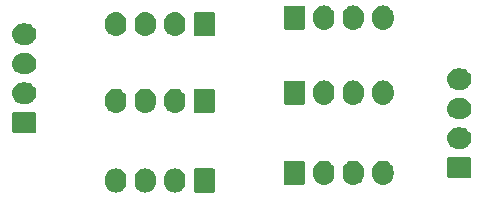
<source format=gbr>
G04 #@! TF.GenerationSoftware,KiCad,Pcbnew,(5.1.4)-1*
G04 #@! TF.CreationDate,2020-03-11T00:25:43-04:00*
G04 #@! TF.ProjectId,CAN_hub,43414e5f-6875-4622-9e6b-696361645f70,rev?*
G04 #@! TF.SameCoordinates,Original*
G04 #@! TF.FileFunction,Soldermask,Bot*
G04 #@! TF.FilePolarity,Negative*
%FSLAX46Y46*%
G04 Gerber Fmt 4.6, Leading zero omitted, Abs format (unit mm)*
G04 Created by KiCad (PCBNEW (5.1.4)-1) date 2020-03-11 00:25:43*
%MOMM*%
%LPD*%
G04 APERTURE LIST*
%ADD10C,0.100000*%
G04 APERTURE END LIST*
D10*
G36*
X35776627Y-35637037D02*
G01*
X35946466Y-35688557D01*
X36102991Y-35772222D01*
X36138729Y-35801552D01*
X36240186Y-35884814D01*
X36323448Y-35986271D01*
X36352778Y-36022009D01*
X36436443Y-36178534D01*
X36487963Y-36348374D01*
X36487963Y-36348376D01*
X36500087Y-36471467D01*
X36501000Y-36480743D01*
X36501000Y-36819258D01*
X36487963Y-36951627D01*
X36436443Y-37121466D01*
X36352778Y-37277991D01*
X36323448Y-37313729D01*
X36240186Y-37415186D01*
X36102989Y-37527779D01*
X35946467Y-37611442D01*
X35946465Y-37611443D01*
X35776626Y-37662963D01*
X35600000Y-37680359D01*
X35423373Y-37662963D01*
X35253534Y-37611443D01*
X35097009Y-37527778D01*
X35054750Y-37493097D01*
X34959814Y-37415186D01*
X34847221Y-37277989D01*
X34763558Y-37121467D01*
X34763557Y-37121465D01*
X34712037Y-36951626D01*
X34699000Y-36819257D01*
X34699000Y-36480742D01*
X34699914Y-36471466D01*
X34712037Y-36348375D01*
X34712037Y-36348373D01*
X34763557Y-36178534D01*
X34847222Y-36022009D01*
X34959815Y-35884815D01*
X35097010Y-35772222D01*
X35253535Y-35688557D01*
X35423374Y-35637037D01*
X35600000Y-35619641D01*
X35776627Y-35637037D01*
X35776627Y-35637037D01*
G37*
G36*
X30776627Y-35637037D02*
G01*
X30946466Y-35688557D01*
X31102991Y-35772222D01*
X31138729Y-35801552D01*
X31240186Y-35884814D01*
X31323448Y-35986271D01*
X31352778Y-36022009D01*
X31436443Y-36178534D01*
X31487963Y-36348374D01*
X31487963Y-36348376D01*
X31500087Y-36471467D01*
X31501000Y-36480743D01*
X31501000Y-36819258D01*
X31487963Y-36951627D01*
X31436443Y-37121466D01*
X31352778Y-37277991D01*
X31323448Y-37313729D01*
X31240186Y-37415186D01*
X31102989Y-37527779D01*
X30946467Y-37611442D01*
X30946465Y-37611443D01*
X30776626Y-37662963D01*
X30600000Y-37680359D01*
X30423373Y-37662963D01*
X30253534Y-37611443D01*
X30097009Y-37527778D01*
X30054750Y-37493097D01*
X29959814Y-37415186D01*
X29847221Y-37277989D01*
X29763558Y-37121467D01*
X29763557Y-37121465D01*
X29712037Y-36951626D01*
X29699000Y-36819257D01*
X29699000Y-36480742D01*
X29699914Y-36471466D01*
X29712037Y-36348375D01*
X29712037Y-36348373D01*
X29763557Y-36178534D01*
X29847222Y-36022009D01*
X29959815Y-35884815D01*
X30097010Y-35772222D01*
X30253535Y-35688557D01*
X30423374Y-35637037D01*
X30600000Y-35619641D01*
X30776627Y-35637037D01*
X30776627Y-35637037D01*
G37*
G36*
X33276627Y-35637037D02*
G01*
X33446466Y-35688557D01*
X33602991Y-35772222D01*
X33638729Y-35801552D01*
X33740186Y-35884814D01*
X33823448Y-35986271D01*
X33852778Y-36022009D01*
X33936443Y-36178534D01*
X33987963Y-36348374D01*
X33987963Y-36348376D01*
X34000087Y-36471467D01*
X34001000Y-36480743D01*
X34001000Y-36819258D01*
X33987963Y-36951627D01*
X33936443Y-37121466D01*
X33852778Y-37277991D01*
X33823448Y-37313729D01*
X33740186Y-37415186D01*
X33602989Y-37527779D01*
X33446467Y-37611442D01*
X33446465Y-37611443D01*
X33276626Y-37662963D01*
X33100000Y-37680359D01*
X32923373Y-37662963D01*
X32753534Y-37611443D01*
X32597009Y-37527778D01*
X32554750Y-37493097D01*
X32459814Y-37415186D01*
X32347221Y-37277989D01*
X32263558Y-37121467D01*
X32263557Y-37121465D01*
X32212037Y-36951626D01*
X32199000Y-36819257D01*
X32199000Y-36480742D01*
X32199914Y-36471466D01*
X32212037Y-36348375D01*
X32212037Y-36348373D01*
X32263557Y-36178534D01*
X32347222Y-36022009D01*
X32459815Y-35884815D01*
X32597010Y-35772222D01*
X32753535Y-35688557D01*
X32923374Y-35637037D01*
X33100000Y-35619641D01*
X33276627Y-35637037D01*
X33276627Y-35637037D01*
G37*
G36*
X38858600Y-35627989D02*
G01*
X38891652Y-35638015D01*
X38922103Y-35654292D01*
X38948799Y-35676201D01*
X38970708Y-35702897D01*
X38986985Y-35733348D01*
X38997011Y-35766400D01*
X39001000Y-35806903D01*
X39001000Y-37493097D01*
X38997011Y-37533600D01*
X38986985Y-37566652D01*
X38970708Y-37597103D01*
X38948799Y-37623799D01*
X38922103Y-37645708D01*
X38891652Y-37661985D01*
X38858600Y-37672011D01*
X38818097Y-37676000D01*
X37381903Y-37676000D01*
X37341400Y-37672011D01*
X37308348Y-37661985D01*
X37277897Y-37645708D01*
X37251201Y-37623799D01*
X37229292Y-37597103D01*
X37213015Y-37566652D01*
X37202989Y-37533600D01*
X37199000Y-37493097D01*
X37199000Y-35806903D01*
X37202989Y-35766400D01*
X37213015Y-35733348D01*
X37229292Y-35702897D01*
X37251201Y-35676201D01*
X37277897Y-35654292D01*
X37308348Y-35638015D01*
X37341400Y-35627989D01*
X37381903Y-35624000D01*
X38818097Y-35624000D01*
X38858600Y-35627989D01*
X38858600Y-35627989D01*
G37*
G36*
X50896626Y-34987037D02*
G01*
X51066465Y-35038557D01*
X51066467Y-35038558D01*
X51222989Y-35122221D01*
X51360186Y-35234814D01*
X51443448Y-35336271D01*
X51472778Y-35372009D01*
X51556443Y-35528534D01*
X51607963Y-35698373D01*
X51614481Y-35764557D01*
X51621000Y-35830740D01*
X51621000Y-36169259D01*
X51620086Y-36178534D01*
X51607963Y-36301626D01*
X51556443Y-36471466D01*
X51472778Y-36627991D01*
X51443448Y-36663729D01*
X51360186Y-36765186D01*
X51265250Y-36843097D01*
X51222991Y-36877778D01*
X51066466Y-36961443D01*
X50896627Y-37012963D01*
X50720000Y-37030359D01*
X50543374Y-37012963D01*
X50373535Y-36961443D01*
X50217010Y-36877778D01*
X50079815Y-36765185D01*
X49967222Y-36627991D01*
X49883557Y-36471466D01*
X49832037Y-36301627D01*
X49821634Y-36196000D01*
X49819000Y-36169260D01*
X49819000Y-35830741D01*
X49827763Y-35741774D01*
X49832037Y-35698374D01*
X49883557Y-35528535D01*
X49967222Y-35372010D01*
X49967223Y-35372009D01*
X50079814Y-35234814D01*
X50181271Y-35151552D01*
X50217009Y-35122222D01*
X50373534Y-35038557D01*
X50543373Y-34987037D01*
X50720000Y-34969641D01*
X50896626Y-34987037D01*
X50896626Y-34987037D01*
G37*
G36*
X48396626Y-34987037D02*
G01*
X48566465Y-35038557D01*
X48566467Y-35038558D01*
X48722989Y-35122221D01*
X48860186Y-35234814D01*
X48943448Y-35336271D01*
X48972778Y-35372009D01*
X49056443Y-35528534D01*
X49107963Y-35698373D01*
X49114481Y-35764557D01*
X49121000Y-35830740D01*
X49121000Y-36169259D01*
X49120086Y-36178534D01*
X49107963Y-36301626D01*
X49056443Y-36471466D01*
X48972778Y-36627991D01*
X48943448Y-36663729D01*
X48860186Y-36765186D01*
X48765250Y-36843097D01*
X48722991Y-36877778D01*
X48566466Y-36961443D01*
X48396627Y-37012963D01*
X48220000Y-37030359D01*
X48043374Y-37012963D01*
X47873535Y-36961443D01*
X47717010Y-36877778D01*
X47579815Y-36765185D01*
X47467222Y-36627991D01*
X47383557Y-36471466D01*
X47332037Y-36301627D01*
X47321634Y-36196000D01*
X47319000Y-36169260D01*
X47319000Y-35830741D01*
X47327763Y-35741774D01*
X47332037Y-35698374D01*
X47383557Y-35528535D01*
X47467222Y-35372010D01*
X47467223Y-35372009D01*
X47579814Y-35234814D01*
X47681271Y-35151552D01*
X47717009Y-35122222D01*
X47873534Y-35038557D01*
X48043373Y-34987037D01*
X48220000Y-34969641D01*
X48396626Y-34987037D01*
X48396626Y-34987037D01*
G37*
G36*
X53396626Y-34987037D02*
G01*
X53566465Y-35038557D01*
X53566467Y-35038558D01*
X53722989Y-35122221D01*
X53860186Y-35234814D01*
X53943448Y-35336271D01*
X53972778Y-35372009D01*
X54056443Y-35528534D01*
X54107963Y-35698373D01*
X54114481Y-35764557D01*
X54121000Y-35830740D01*
X54121000Y-36169259D01*
X54120086Y-36178534D01*
X54107963Y-36301626D01*
X54056443Y-36471466D01*
X53972778Y-36627991D01*
X53943448Y-36663729D01*
X53860186Y-36765186D01*
X53765250Y-36843097D01*
X53722991Y-36877778D01*
X53566466Y-36961443D01*
X53396627Y-37012963D01*
X53220000Y-37030359D01*
X53043374Y-37012963D01*
X52873535Y-36961443D01*
X52717010Y-36877778D01*
X52579815Y-36765185D01*
X52467222Y-36627991D01*
X52383557Y-36471466D01*
X52332037Y-36301627D01*
X52321634Y-36196000D01*
X52319000Y-36169260D01*
X52319000Y-35830741D01*
X52327763Y-35741774D01*
X52332037Y-35698374D01*
X52383557Y-35528535D01*
X52467222Y-35372010D01*
X52467223Y-35372009D01*
X52579814Y-35234814D01*
X52681271Y-35151552D01*
X52717009Y-35122222D01*
X52873534Y-35038557D01*
X53043373Y-34987037D01*
X53220000Y-34969641D01*
X53396626Y-34987037D01*
X53396626Y-34987037D01*
G37*
G36*
X46478600Y-34977989D02*
G01*
X46511652Y-34988015D01*
X46542103Y-35004292D01*
X46568799Y-35026201D01*
X46590708Y-35052897D01*
X46606985Y-35083348D01*
X46617011Y-35116400D01*
X46621000Y-35156903D01*
X46621000Y-36843097D01*
X46617011Y-36883600D01*
X46606985Y-36916652D01*
X46590708Y-36947103D01*
X46568799Y-36973799D01*
X46542103Y-36995708D01*
X46511652Y-37011985D01*
X46478600Y-37022011D01*
X46438097Y-37026000D01*
X45001903Y-37026000D01*
X44961400Y-37022011D01*
X44928348Y-37011985D01*
X44897897Y-36995708D01*
X44871201Y-36973799D01*
X44849292Y-36947103D01*
X44833015Y-36916652D01*
X44822989Y-36883600D01*
X44819000Y-36843097D01*
X44819000Y-35156903D01*
X44822989Y-35116400D01*
X44833015Y-35083348D01*
X44849292Y-35052897D01*
X44871201Y-35026201D01*
X44897897Y-35004292D01*
X44928348Y-34988015D01*
X44961400Y-34977989D01*
X45001903Y-34974000D01*
X46438097Y-34974000D01*
X46478600Y-34977989D01*
X46478600Y-34977989D01*
G37*
G36*
X60573600Y-34662989D02*
G01*
X60606652Y-34673015D01*
X60637103Y-34689292D01*
X60663799Y-34711201D01*
X60685708Y-34737897D01*
X60701985Y-34768348D01*
X60712011Y-34801400D01*
X60716000Y-34841903D01*
X60716000Y-36278097D01*
X60712011Y-36318600D01*
X60701985Y-36351652D01*
X60685708Y-36382103D01*
X60663799Y-36408799D01*
X60637103Y-36430708D01*
X60606652Y-36446985D01*
X60573600Y-36457011D01*
X60533097Y-36461000D01*
X58846903Y-36461000D01*
X58806400Y-36457011D01*
X58773348Y-36446985D01*
X58742897Y-36430708D01*
X58716201Y-36408799D01*
X58694292Y-36382103D01*
X58678015Y-36351652D01*
X58667989Y-36318600D01*
X58664000Y-36278097D01*
X58664000Y-34841903D01*
X58667989Y-34801400D01*
X58678015Y-34768348D01*
X58694292Y-34737897D01*
X58716201Y-34711201D01*
X58742897Y-34689292D01*
X58773348Y-34673015D01*
X58806400Y-34662989D01*
X58846903Y-34659000D01*
X60533097Y-34659000D01*
X60573600Y-34662989D01*
X60573600Y-34662989D01*
G37*
G36*
X59925443Y-32165519D02*
G01*
X59991627Y-32172037D01*
X60161466Y-32223557D01*
X60317991Y-32307222D01*
X60353729Y-32336552D01*
X60455186Y-32419814D01*
X60538448Y-32521271D01*
X60567778Y-32557009D01*
X60651443Y-32713534D01*
X60702963Y-32883373D01*
X60720359Y-33060000D01*
X60702963Y-33236627D01*
X60651443Y-33406466D01*
X60567778Y-33562991D01*
X60538448Y-33598729D01*
X60455186Y-33700186D01*
X60353729Y-33783448D01*
X60317991Y-33812778D01*
X60161466Y-33896443D01*
X59991627Y-33947963D01*
X59925442Y-33954482D01*
X59859260Y-33961000D01*
X59520740Y-33961000D01*
X59454558Y-33954482D01*
X59388373Y-33947963D01*
X59218534Y-33896443D01*
X59062009Y-33812778D01*
X59026271Y-33783448D01*
X58924814Y-33700186D01*
X58841552Y-33598729D01*
X58812222Y-33562991D01*
X58728557Y-33406466D01*
X58677037Y-33236627D01*
X58659641Y-33060000D01*
X58677037Y-32883373D01*
X58728557Y-32713534D01*
X58812222Y-32557009D01*
X58841552Y-32521271D01*
X58924814Y-32419814D01*
X59026271Y-32336552D01*
X59062009Y-32307222D01*
X59218534Y-32223557D01*
X59388373Y-32172037D01*
X59454557Y-32165519D01*
X59520740Y-32159000D01*
X59859260Y-32159000D01*
X59925443Y-32165519D01*
X59925443Y-32165519D01*
G37*
G36*
X23743600Y-30852989D02*
G01*
X23776652Y-30863015D01*
X23807103Y-30879292D01*
X23833799Y-30901201D01*
X23855708Y-30927897D01*
X23871985Y-30958348D01*
X23882011Y-30991400D01*
X23886000Y-31031903D01*
X23886000Y-32468097D01*
X23882011Y-32508600D01*
X23871985Y-32541652D01*
X23855708Y-32572103D01*
X23833799Y-32598799D01*
X23807103Y-32620708D01*
X23776652Y-32636985D01*
X23743600Y-32647011D01*
X23703097Y-32651000D01*
X22016903Y-32651000D01*
X21976400Y-32647011D01*
X21943348Y-32636985D01*
X21912897Y-32620708D01*
X21886201Y-32598799D01*
X21864292Y-32572103D01*
X21848015Y-32541652D01*
X21837989Y-32508600D01*
X21834000Y-32468097D01*
X21834000Y-31031903D01*
X21837989Y-30991400D01*
X21848015Y-30958348D01*
X21864292Y-30927897D01*
X21886201Y-30901201D01*
X21912897Y-30879292D01*
X21943348Y-30863015D01*
X21976400Y-30852989D01*
X22016903Y-30849000D01*
X23703097Y-30849000D01*
X23743600Y-30852989D01*
X23743600Y-30852989D01*
G37*
G36*
X59925443Y-29665519D02*
G01*
X59991627Y-29672037D01*
X60161466Y-29723557D01*
X60317991Y-29807222D01*
X60353729Y-29836552D01*
X60455186Y-29919814D01*
X60538448Y-30021271D01*
X60567778Y-30057009D01*
X60567779Y-30057011D01*
X60645078Y-30201625D01*
X60651443Y-30213534D01*
X60702963Y-30383373D01*
X60720359Y-30560000D01*
X60702963Y-30736627D01*
X60651443Y-30906466D01*
X60567778Y-31062991D01*
X60538448Y-31098729D01*
X60455186Y-31200186D01*
X60353729Y-31283448D01*
X60317991Y-31312778D01*
X60161466Y-31396443D01*
X59991627Y-31447963D01*
X59925442Y-31454482D01*
X59859260Y-31461000D01*
X59520740Y-31461000D01*
X59454558Y-31454482D01*
X59388373Y-31447963D01*
X59218534Y-31396443D01*
X59062009Y-31312778D01*
X59026271Y-31283448D01*
X58924814Y-31200186D01*
X58841552Y-31098729D01*
X58812222Y-31062991D01*
X58728557Y-30906466D01*
X58677037Y-30736627D01*
X58659641Y-30560000D01*
X58677037Y-30383373D01*
X58728557Y-30213534D01*
X58734923Y-30201625D01*
X58812221Y-30057011D01*
X58812222Y-30057009D01*
X58841552Y-30021271D01*
X58924814Y-29919814D01*
X59026271Y-29836552D01*
X59062009Y-29807222D01*
X59218534Y-29723557D01*
X59388373Y-29672037D01*
X59454557Y-29665519D01*
X59520740Y-29659000D01*
X59859260Y-29659000D01*
X59925443Y-29665519D01*
X59925443Y-29665519D01*
G37*
G36*
X33276627Y-28887037D02*
G01*
X33446466Y-28938557D01*
X33602991Y-29022222D01*
X33638729Y-29051552D01*
X33740186Y-29134814D01*
X33823448Y-29236271D01*
X33852778Y-29272009D01*
X33936443Y-29428534D01*
X33987963Y-29598374D01*
X33987963Y-29598376D01*
X34001000Y-29730741D01*
X34001000Y-30069260D01*
X33999176Y-30087778D01*
X33987963Y-30201627D01*
X33936443Y-30371465D01*
X33936442Y-30371468D01*
X33894611Y-30449728D01*
X33852778Y-30527991D01*
X33826509Y-30560000D01*
X33740186Y-30665186D01*
X33602989Y-30777779D01*
X33469744Y-30849000D01*
X33446465Y-30861443D01*
X33276626Y-30912963D01*
X33100000Y-30930359D01*
X32923373Y-30912963D01*
X32753534Y-30861443D01*
X32597009Y-30777778D01*
X32554750Y-30743097D01*
X32459814Y-30665186D01*
X32347221Y-30527989D01*
X32263558Y-30371467D01*
X32223787Y-30240359D01*
X32212037Y-30201626D01*
X32203823Y-30118226D01*
X32199000Y-30069259D01*
X32199000Y-29730740D01*
X32212037Y-29598375D01*
X32212037Y-29598373D01*
X32263557Y-29428534D01*
X32347222Y-29272009D01*
X32459815Y-29134815D01*
X32597010Y-29022222D01*
X32753535Y-28938557D01*
X32923374Y-28887037D01*
X33100000Y-28869641D01*
X33276627Y-28887037D01*
X33276627Y-28887037D01*
G37*
G36*
X30776627Y-28887037D02*
G01*
X30946466Y-28938557D01*
X31102991Y-29022222D01*
X31138729Y-29051552D01*
X31240186Y-29134814D01*
X31323448Y-29236271D01*
X31352778Y-29272009D01*
X31436443Y-29428534D01*
X31487963Y-29598374D01*
X31487963Y-29598376D01*
X31501000Y-29730741D01*
X31501000Y-30069260D01*
X31499176Y-30087778D01*
X31487963Y-30201627D01*
X31436443Y-30371465D01*
X31436442Y-30371468D01*
X31394611Y-30449728D01*
X31352778Y-30527991D01*
X31326509Y-30560000D01*
X31240186Y-30665186D01*
X31102989Y-30777779D01*
X30969744Y-30849000D01*
X30946465Y-30861443D01*
X30776626Y-30912963D01*
X30600000Y-30930359D01*
X30423373Y-30912963D01*
X30253534Y-30861443D01*
X30097009Y-30777778D01*
X30054750Y-30743097D01*
X29959814Y-30665186D01*
X29847221Y-30527989D01*
X29763558Y-30371467D01*
X29723787Y-30240359D01*
X29712037Y-30201626D01*
X29703823Y-30118226D01*
X29699000Y-30069259D01*
X29699000Y-29730740D01*
X29712037Y-29598375D01*
X29712037Y-29598373D01*
X29763557Y-29428534D01*
X29847222Y-29272009D01*
X29959815Y-29134815D01*
X30097010Y-29022222D01*
X30253535Y-28938557D01*
X30423374Y-28887037D01*
X30600000Y-28869641D01*
X30776627Y-28887037D01*
X30776627Y-28887037D01*
G37*
G36*
X35776627Y-28887037D02*
G01*
X35946466Y-28938557D01*
X36102991Y-29022222D01*
X36138729Y-29051552D01*
X36240186Y-29134814D01*
X36323448Y-29236271D01*
X36352778Y-29272009D01*
X36436443Y-29428534D01*
X36487963Y-29598374D01*
X36487963Y-29598376D01*
X36501000Y-29730741D01*
X36501000Y-30069260D01*
X36499176Y-30087778D01*
X36487963Y-30201627D01*
X36436443Y-30371465D01*
X36436442Y-30371468D01*
X36394611Y-30449728D01*
X36352778Y-30527991D01*
X36326509Y-30560000D01*
X36240186Y-30665186D01*
X36102989Y-30777779D01*
X35969744Y-30849000D01*
X35946465Y-30861443D01*
X35776626Y-30912963D01*
X35600000Y-30930359D01*
X35423373Y-30912963D01*
X35253534Y-30861443D01*
X35097009Y-30777778D01*
X35054750Y-30743097D01*
X34959814Y-30665186D01*
X34847221Y-30527989D01*
X34763558Y-30371467D01*
X34723787Y-30240359D01*
X34712037Y-30201626D01*
X34703823Y-30118226D01*
X34699000Y-30069259D01*
X34699000Y-29730740D01*
X34712037Y-29598375D01*
X34712037Y-29598373D01*
X34763557Y-29428534D01*
X34847222Y-29272009D01*
X34959815Y-29134815D01*
X35097010Y-29022222D01*
X35253535Y-28938557D01*
X35423374Y-28887037D01*
X35600000Y-28869641D01*
X35776627Y-28887037D01*
X35776627Y-28887037D01*
G37*
G36*
X38858600Y-28877989D02*
G01*
X38891652Y-28888015D01*
X38922103Y-28904292D01*
X38948799Y-28926201D01*
X38970708Y-28952897D01*
X38986985Y-28983348D01*
X38997011Y-29016400D01*
X39001000Y-29056903D01*
X39001000Y-30743097D01*
X38997011Y-30783600D01*
X38986985Y-30816652D01*
X38970708Y-30847103D01*
X38948799Y-30873799D01*
X38922103Y-30895708D01*
X38891652Y-30911985D01*
X38858600Y-30922011D01*
X38818097Y-30926000D01*
X37381903Y-30926000D01*
X37341400Y-30922011D01*
X37308348Y-30911985D01*
X37277897Y-30895708D01*
X37251201Y-30873799D01*
X37229292Y-30847103D01*
X37213015Y-30816652D01*
X37202989Y-30783600D01*
X37199000Y-30743097D01*
X37199000Y-29056903D01*
X37202989Y-29016400D01*
X37213015Y-28983348D01*
X37229292Y-28952897D01*
X37251201Y-28926201D01*
X37277897Y-28904292D01*
X37308348Y-28888015D01*
X37341400Y-28877989D01*
X37381903Y-28874000D01*
X38818097Y-28874000D01*
X38858600Y-28877989D01*
X38858600Y-28877989D01*
G37*
G36*
X48396626Y-28197037D02*
G01*
X48566465Y-28248557D01*
X48566467Y-28248558D01*
X48722989Y-28332221D01*
X48860186Y-28444814D01*
X48903195Y-28497222D01*
X48972778Y-28582009D01*
X49056443Y-28738534D01*
X49107963Y-28908373D01*
X49107963Y-28908375D01*
X49120690Y-29037589D01*
X49121000Y-29040742D01*
X49121000Y-29379257D01*
X49107963Y-29511626D01*
X49056443Y-29681466D01*
X48972778Y-29837991D01*
X48943448Y-29873729D01*
X48860186Y-29975186D01*
X48765250Y-30053097D01*
X48722991Y-30087778D01*
X48566466Y-30171443D01*
X48396627Y-30222963D01*
X48220000Y-30240359D01*
X48043374Y-30222963D01*
X47873535Y-30171443D01*
X47717010Y-30087778D01*
X47579815Y-29975185D01*
X47467222Y-29837991D01*
X47383557Y-29681466D01*
X47332037Y-29511627D01*
X47319000Y-29379258D01*
X47319000Y-29040743D01*
X47319311Y-29037589D01*
X47332037Y-28908376D01*
X47332037Y-28908374D01*
X47383557Y-28738535D01*
X47404055Y-28700186D01*
X47467221Y-28582011D01*
X47579814Y-28444814D01*
X47696565Y-28349000D01*
X47717009Y-28332222D01*
X47873534Y-28248557D01*
X48043373Y-28197037D01*
X48220000Y-28179641D01*
X48396626Y-28197037D01*
X48396626Y-28197037D01*
G37*
G36*
X53396626Y-28197037D02*
G01*
X53566465Y-28248557D01*
X53566467Y-28248558D01*
X53722989Y-28332221D01*
X53860186Y-28444814D01*
X53903195Y-28497222D01*
X53972778Y-28582009D01*
X54056443Y-28738534D01*
X54107963Y-28908373D01*
X54107963Y-28908375D01*
X54120690Y-29037589D01*
X54121000Y-29040742D01*
X54121000Y-29379257D01*
X54107963Y-29511626D01*
X54056443Y-29681466D01*
X53972778Y-29837991D01*
X53943448Y-29873729D01*
X53860186Y-29975186D01*
X53765250Y-30053097D01*
X53722991Y-30087778D01*
X53566466Y-30171443D01*
X53396627Y-30222963D01*
X53220000Y-30240359D01*
X53043374Y-30222963D01*
X52873535Y-30171443D01*
X52717010Y-30087778D01*
X52579815Y-29975185D01*
X52467222Y-29837991D01*
X52383557Y-29681466D01*
X52332037Y-29511627D01*
X52319000Y-29379258D01*
X52319000Y-29040743D01*
X52319311Y-29037589D01*
X52332037Y-28908376D01*
X52332037Y-28908374D01*
X52383557Y-28738535D01*
X52404055Y-28700186D01*
X52467221Y-28582011D01*
X52579814Y-28444814D01*
X52696565Y-28349000D01*
X52717009Y-28332222D01*
X52873534Y-28248557D01*
X53043373Y-28197037D01*
X53220000Y-28179641D01*
X53396626Y-28197037D01*
X53396626Y-28197037D01*
G37*
G36*
X50896626Y-28197037D02*
G01*
X51066465Y-28248557D01*
X51066467Y-28248558D01*
X51222989Y-28332221D01*
X51360186Y-28444814D01*
X51403195Y-28497222D01*
X51472778Y-28582009D01*
X51556443Y-28738534D01*
X51607963Y-28908373D01*
X51607963Y-28908375D01*
X51620690Y-29037589D01*
X51621000Y-29040742D01*
X51621000Y-29379257D01*
X51607963Y-29511626D01*
X51556443Y-29681466D01*
X51472778Y-29837991D01*
X51443448Y-29873729D01*
X51360186Y-29975186D01*
X51265250Y-30053097D01*
X51222991Y-30087778D01*
X51066466Y-30171443D01*
X50896627Y-30222963D01*
X50720000Y-30240359D01*
X50543374Y-30222963D01*
X50373535Y-30171443D01*
X50217010Y-30087778D01*
X50079815Y-29975185D01*
X49967222Y-29837991D01*
X49883557Y-29681466D01*
X49832037Y-29511627D01*
X49819000Y-29379258D01*
X49819000Y-29040743D01*
X49819311Y-29037589D01*
X49832037Y-28908376D01*
X49832037Y-28908374D01*
X49883557Y-28738535D01*
X49904055Y-28700186D01*
X49967221Y-28582011D01*
X50079814Y-28444814D01*
X50196565Y-28349000D01*
X50217009Y-28332222D01*
X50373534Y-28248557D01*
X50543373Y-28197037D01*
X50720000Y-28179641D01*
X50896626Y-28197037D01*
X50896626Y-28197037D01*
G37*
G36*
X46478600Y-28187989D02*
G01*
X46511652Y-28198015D01*
X46542103Y-28214292D01*
X46568799Y-28236201D01*
X46590708Y-28262897D01*
X46606985Y-28293348D01*
X46617011Y-28326400D01*
X46621000Y-28366903D01*
X46621000Y-30053097D01*
X46617011Y-30093600D01*
X46606985Y-30126652D01*
X46590708Y-30157103D01*
X46568799Y-30183799D01*
X46542103Y-30205708D01*
X46511652Y-30221985D01*
X46478600Y-30232011D01*
X46438097Y-30236000D01*
X45001903Y-30236000D01*
X44961400Y-30232011D01*
X44928348Y-30221985D01*
X44897897Y-30205708D01*
X44871201Y-30183799D01*
X44849292Y-30157103D01*
X44833015Y-30126652D01*
X44822989Y-30093600D01*
X44819000Y-30053097D01*
X44819000Y-28366903D01*
X44822989Y-28326400D01*
X44833015Y-28293348D01*
X44849292Y-28262897D01*
X44871201Y-28236201D01*
X44897897Y-28214292D01*
X44928348Y-28198015D01*
X44961400Y-28187989D01*
X45001903Y-28184000D01*
X46438097Y-28184000D01*
X46478600Y-28187989D01*
X46478600Y-28187989D01*
G37*
G36*
X23095442Y-28355518D02*
G01*
X23161627Y-28362037D01*
X23331466Y-28413557D01*
X23487991Y-28497222D01*
X23523729Y-28526552D01*
X23625186Y-28609814D01*
X23699350Y-28700185D01*
X23737778Y-28747009D01*
X23821443Y-28903534D01*
X23872963Y-29073373D01*
X23890359Y-29250000D01*
X23872963Y-29426627D01*
X23821443Y-29596466D01*
X23737778Y-29752991D01*
X23708448Y-29788729D01*
X23625186Y-29890186D01*
X23526712Y-29971000D01*
X23487991Y-30002778D01*
X23487989Y-30002779D01*
X23363619Y-30069257D01*
X23331466Y-30086443D01*
X23161627Y-30137963D01*
X23095442Y-30144482D01*
X23029260Y-30151000D01*
X22690740Y-30151000D01*
X22624558Y-30144482D01*
X22558373Y-30137963D01*
X22388534Y-30086443D01*
X22356382Y-30069257D01*
X22232011Y-30002779D01*
X22232009Y-30002778D01*
X22193288Y-29971000D01*
X22094814Y-29890186D01*
X22011552Y-29788729D01*
X21982222Y-29752991D01*
X21898557Y-29596466D01*
X21847037Y-29426627D01*
X21829641Y-29250000D01*
X21847037Y-29073373D01*
X21898557Y-28903534D01*
X21982222Y-28747009D01*
X22020650Y-28700185D01*
X22094814Y-28609814D01*
X22196271Y-28526552D01*
X22232009Y-28497222D01*
X22388534Y-28413557D01*
X22558373Y-28362037D01*
X22624558Y-28355518D01*
X22690740Y-28349000D01*
X23029260Y-28349000D01*
X23095442Y-28355518D01*
X23095442Y-28355518D01*
G37*
G36*
X59925443Y-27165519D02*
G01*
X59991627Y-27172037D01*
X60161466Y-27223557D01*
X60317991Y-27307222D01*
X60353729Y-27336552D01*
X60455186Y-27419814D01*
X60538448Y-27521271D01*
X60567778Y-27557009D01*
X60651443Y-27713534D01*
X60702963Y-27883373D01*
X60720359Y-28060000D01*
X60702963Y-28236627D01*
X60651443Y-28406466D01*
X60567778Y-28562991D01*
X60538448Y-28598729D01*
X60455186Y-28700186D01*
X60353729Y-28783448D01*
X60317991Y-28812778D01*
X60161466Y-28896443D01*
X59991627Y-28947963D01*
X59941530Y-28952897D01*
X59859260Y-28961000D01*
X59520740Y-28961000D01*
X59438470Y-28952897D01*
X59388373Y-28947963D01*
X59218534Y-28896443D01*
X59062009Y-28812778D01*
X59026271Y-28783448D01*
X58924814Y-28700186D01*
X58841552Y-28598729D01*
X58812222Y-28562991D01*
X58728557Y-28406466D01*
X58677037Y-28236627D01*
X58659641Y-28060000D01*
X58677037Y-27883373D01*
X58728557Y-27713534D01*
X58812222Y-27557009D01*
X58841552Y-27521271D01*
X58924814Y-27419814D01*
X59026271Y-27336552D01*
X59062009Y-27307222D01*
X59218534Y-27223557D01*
X59388373Y-27172037D01*
X59454557Y-27165519D01*
X59520740Y-27159000D01*
X59859260Y-27159000D01*
X59925443Y-27165519D01*
X59925443Y-27165519D01*
G37*
G36*
X23095443Y-25855519D02*
G01*
X23161627Y-25862037D01*
X23331466Y-25913557D01*
X23487991Y-25997222D01*
X23523729Y-26026552D01*
X23625186Y-26109814D01*
X23708448Y-26211271D01*
X23737778Y-26247009D01*
X23821443Y-26403534D01*
X23872963Y-26573373D01*
X23890359Y-26750000D01*
X23872963Y-26926627D01*
X23821443Y-27096466D01*
X23737778Y-27252991D01*
X23708448Y-27288729D01*
X23625186Y-27390186D01*
X23523729Y-27473448D01*
X23487991Y-27502778D01*
X23331466Y-27586443D01*
X23161627Y-27637963D01*
X23095442Y-27644482D01*
X23029260Y-27651000D01*
X22690740Y-27651000D01*
X22624558Y-27644482D01*
X22558373Y-27637963D01*
X22388534Y-27586443D01*
X22232009Y-27502778D01*
X22196271Y-27473448D01*
X22094814Y-27390186D01*
X22011552Y-27288729D01*
X21982222Y-27252991D01*
X21898557Y-27096466D01*
X21847037Y-26926627D01*
X21829641Y-26750000D01*
X21847037Y-26573373D01*
X21898557Y-26403534D01*
X21982222Y-26247009D01*
X22011552Y-26211271D01*
X22094814Y-26109814D01*
X22196271Y-26026552D01*
X22232009Y-25997222D01*
X22388534Y-25913557D01*
X22558373Y-25862037D01*
X22624558Y-25855518D01*
X22690740Y-25849000D01*
X23029260Y-25849000D01*
X23095443Y-25855519D01*
X23095443Y-25855519D01*
G37*
G36*
X23095443Y-23355519D02*
G01*
X23161627Y-23362037D01*
X23331466Y-23413557D01*
X23487991Y-23497222D01*
X23523729Y-23526552D01*
X23625186Y-23609814D01*
X23700531Y-23701624D01*
X23737778Y-23747009D01*
X23821443Y-23903534D01*
X23872963Y-24073373D01*
X23890359Y-24250000D01*
X23872963Y-24426627D01*
X23821443Y-24596466D01*
X23737778Y-24752991D01*
X23708448Y-24788729D01*
X23625186Y-24890186D01*
X23523729Y-24973448D01*
X23487991Y-25002778D01*
X23331466Y-25086443D01*
X23161627Y-25137963D01*
X23095442Y-25144482D01*
X23029260Y-25151000D01*
X22690740Y-25151000D01*
X22624558Y-25144482D01*
X22558373Y-25137963D01*
X22388534Y-25086443D01*
X22232009Y-25002778D01*
X22196271Y-24973448D01*
X22094814Y-24890186D01*
X22011552Y-24788729D01*
X21982222Y-24752991D01*
X21898557Y-24596466D01*
X21847037Y-24426627D01*
X21829641Y-24250000D01*
X21847037Y-24073373D01*
X21898557Y-23903534D01*
X21982222Y-23747009D01*
X22019469Y-23701624D01*
X22094814Y-23609814D01*
X22196271Y-23526552D01*
X22232009Y-23497222D01*
X22388534Y-23413557D01*
X22558373Y-23362037D01*
X22624557Y-23355519D01*
X22690740Y-23349000D01*
X23029260Y-23349000D01*
X23095443Y-23355519D01*
X23095443Y-23355519D01*
G37*
G36*
X35776627Y-22387037D02*
G01*
X35946466Y-22438557D01*
X36102991Y-22522222D01*
X36138729Y-22551552D01*
X36240186Y-22634814D01*
X36323448Y-22736271D01*
X36352778Y-22772009D01*
X36436443Y-22928534D01*
X36487963Y-23098374D01*
X36501000Y-23230743D01*
X36501000Y-23569258D01*
X36487963Y-23701627D01*
X36436443Y-23871466D01*
X36352778Y-24027991D01*
X36323448Y-24063729D01*
X36240186Y-24165186D01*
X36102989Y-24277779D01*
X35946467Y-24361442D01*
X35946465Y-24361443D01*
X35776626Y-24412963D01*
X35600000Y-24430359D01*
X35423373Y-24412963D01*
X35253534Y-24361443D01*
X35097009Y-24277778D01*
X35054750Y-24243097D01*
X34959814Y-24165186D01*
X34847221Y-24027989D01*
X34763558Y-23871467D01*
X34761847Y-23865828D01*
X34712037Y-23701626D01*
X34704096Y-23621000D01*
X34699000Y-23569259D01*
X34699000Y-23230740D01*
X34712037Y-23098375D01*
X34712037Y-23098373D01*
X34763557Y-22928534D01*
X34847222Y-22772009D01*
X34959815Y-22634815D01*
X35097010Y-22522222D01*
X35253535Y-22438557D01*
X35423374Y-22387037D01*
X35600000Y-22369641D01*
X35776627Y-22387037D01*
X35776627Y-22387037D01*
G37*
G36*
X33276627Y-22387037D02*
G01*
X33446466Y-22438557D01*
X33602991Y-22522222D01*
X33638729Y-22551552D01*
X33740186Y-22634814D01*
X33823448Y-22736271D01*
X33852778Y-22772009D01*
X33936443Y-22928534D01*
X33987963Y-23098374D01*
X34001000Y-23230743D01*
X34001000Y-23569258D01*
X33987963Y-23701627D01*
X33936443Y-23871466D01*
X33852778Y-24027991D01*
X33823448Y-24063729D01*
X33740186Y-24165186D01*
X33602989Y-24277779D01*
X33446467Y-24361442D01*
X33446465Y-24361443D01*
X33276626Y-24412963D01*
X33100000Y-24430359D01*
X32923373Y-24412963D01*
X32753534Y-24361443D01*
X32597009Y-24277778D01*
X32554750Y-24243097D01*
X32459814Y-24165186D01*
X32347221Y-24027989D01*
X32263558Y-23871467D01*
X32261847Y-23865828D01*
X32212037Y-23701626D01*
X32204096Y-23621000D01*
X32199000Y-23569259D01*
X32199000Y-23230740D01*
X32212037Y-23098375D01*
X32212037Y-23098373D01*
X32263557Y-22928534D01*
X32347222Y-22772009D01*
X32459815Y-22634815D01*
X32597010Y-22522222D01*
X32753535Y-22438557D01*
X32923374Y-22387037D01*
X33100000Y-22369641D01*
X33276627Y-22387037D01*
X33276627Y-22387037D01*
G37*
G36*
X30776627Y-22387037D02*
G01*
X30946466Y-22438557D01*
X31102991Y-22522222D01*
X31138729Y-22551552D01*
X31240186Y-22634814D01*
X31323448Y-22736271D01*
X31352778Y-22772009D01*
X31436443Y-22928534D01*
X31487963Y-23098374D01*
X31501000Y-23230743D01*
X31501000Y-23569258D01*
X31487963Y-23701627D01*
X31436443Y-23871466D01*
X31352778Y-24027991D01*
X31323448Y-24063729D01*
X31240186Y-24165186D01*
X31102989Y-24277779D01*
X30946467Y-24361442D01*
X30946465Y-24361443D01*
X30776626Y-24412963D01*
X30600000Y-24430359D01*
X30423373Y-24412963D01*
X30253534Y-24361443D01*
X30097009Y-24277778D01*
X30054750Y-24243097D01*
X29959814Y-24165186D01*
X29847221Y-24027989D01*
X29763558Y-23871467D01*
X29761847Y-23865828D01*
X29712037Y-23701626D01*
X29704096Y-23621000D01*
X29699000Y-23569259D01*
X29699000Y-23230740D01*
X29712037Y-23098375D01*
X29712037Y-23098373D01*
X29763557Y-22928534D01*
X29847222Y-22772009D01*
X29959815Y-22634815D01*
X30097010Y-22522222D01*
X30253535Y-22438557D01*
X30423374Y-22387037D01*
X30600000Y-22369641D01*
X30776627Y-22387037D01*
X30776627Y-22387037D01*
G37*
G36*
X38858600Y-22377989D02*
G01*
X38891652Y-22388015D01*
X38922103Y-22404292D01*
X38948799Y-22426201D01*
X38970708Y-22452897D01*
X38986985Y-22483348D01*
X38997011Y-22516400D01*
X39001000Y-22556903D01*
X39001000Y-24243097D01*
X38997011Y-24283600D01*
X38986985Y-24316652D01*
X38970708Y-24347103D01*
X38948799Y-24373799D01*
X38922103Y-24395708D01*
X38891652Y-24411985D01*
X38858600Y-24422011D01*
X38818097Y-24426000D01*
X37381903Y-24426000D01*
X37341400Y-24422011D01*
X37308348Y-24411985D01*
X37277897Y-24395708D01*
X37251201Y-24373799D01*
X37229292Y-24347103D01*
X37213015Y-24316652D01*
X37202989Y-24283600D01*
X37199000Y-24243097D01*
X37199000Y-22556903D01*
X37202989Y-22516400D01*
X37213015Y-22483348D01*
X37229292Y-22452897D01*
X37251201Y-22426201D01*
X37277897Y-22404292D01*
X37308348Y-22388015D01*
X37341400Y-22377989D01*
X37381903Y-22374000D01*
X38818097Y-22374000D01*
X38858600Y-22377989D01*
X38858600Y-22377989D01*
G37*
G36*
X50896626Y-21847037D02*
G01*
X51066465Y-21898557D01*
X51066467Y-21898558D01*
X51222989Y-21982221D01*
X51360186Y-22094814D01*
X51443448Y-22196271D01*
X51472778Y-22232009D01*
X51556443Y-22388534D01*
X51607963Y-22558373D01*
X51621000Y-22690742D01*
X51621000Y-23029257D01*
X51607963Y-23161626D01*
X51556443Y-23331466D01*
X51472778Y-23487991D01*
X51465203Y-23497221D01*
X51360186Y-23625186D01*
X51267043Y-23701625D01*
X51222991Y-23737778D01*
X51066466Y-23821443D01*
X50896627Y-23872963D01*
X50720000Y-23890359D01*
X50543374Y-23872963D01*
X50373535Y-23821443D01*
X50217010Y-23737778D01*
X50079815Y-23625185D01*
X49967222Y-23487991D01*
X49883557Y-23331466D01*
X49832037Y-23161627D01*
X49819000Y-23029258D01*
X49819000Y-22690743D01*
X49832037Y-22558374D01*
X49883557Y-22388535D01*
X49967222Y-22232010D01*
X49967223Y-22232009D01*
X50079814Y-22094814D01*
X50181271Y-22011552D01*
X50217009Y-21982222D01*
X50373534Y-21898557D01*
X50543373Y-21847037D01*
X50720000Y-21829641D01*
X50896626Y-21847037D01*
X50896626Y-21847037D01*
G37*
G36*
X48396626Y-21847037D02*
G01*
X48566465Y-21898557D01*
X48566467Y-21898558D01*
X48722989Y-21982221D01*
X48860186Y-22094814D01*
X48943448Y-22196271D01*
X48972778Y-22232009D01*
X49056443Y-22388534D01*
X49107963Y-22558373D01*
X49121000Y-22690742D01*
X49121000Y-23029257D01*
X49107963Y-23161626D01*
X49056443Y-23331466D01*
X48972778Y-23487991D01*
X48965203Y-23497221D01*
X48860186Y-23625186D01*
X48767043Y-23701625D01*
X48722991Y-23737778D01*
X48566466Y-23821443D01*
X48396627Y-23872963D01*
X48220000Y-23890359D01*
X48043374Y-23872963D01*
X47873535Y-23821443D01*
X47717010Y-23737778D01*
X47579815Y-23625185D01*
X47467222Y-23487991D01*
X47383557Y-23331466D01*
X47332037Y-23161627D01*
X47319000Y-23029258D01*
X47319000Y-22690743D01*
X47332037Y-22558374D01*
X47383557Y-22388535D01*
X47467222Y-22232010D01*
X47467223Y-22232009D01*
X47579814Y-22094814D01*
X47681271Y-22011552D01*
X47717009Y-21982222D01*
X47873534Y-21898557D01*
X48043373Y-21847037D01*
X48220000Y-21829641D01*
X48396626Y-21847037D01*
X48396626Y-21847037D01*
G37*
G36*
X53396626Y-21847037D02*
G01*
X53566465Y-21898557D01*
X53566467Y-21898558D01*
X53722989Y-21982221D01*
X53860186Y-22094814D01*
X53943448Y-22196271D01*
X53972778Y-22232009D01*
X54056443Y-22388534D01*
X54107963Y-22558373D01*
X54121000Y-22690742D01*
X54121000Y-23029257D01*
X54107963Y-23161626D01*
X54056443Y-23331466D01*
X53972778Y-23487991D01*
X53965203Y-23497221D01*
X53860186Y-23625186D01*
X53767043Y-23701625D01*
X53722991Y-23737778D01*
X53566466Y-23821443D01*
X53396627Y-23872963D01*
X53220000Y-23890359D01*
X53043374Y-23872963D01*
X52873535Y-23821443D01*
X52717010Y-23737778D01*
X52579815Y-23625185D01*
X52467222Y-23487991D01*
X52383557Y-23331466D01*
X52332037Y-23161627D01*
X52319000Y-23029258D01*
X52319000Y-22690743D01*
X52332037Y-22558374D01*
X52383557Y-22388535D01*
X52467222Y-22232010D01*
X52467223Y-22232009D01*
X52579814Y-22094814D01*
X52681271Y-22011552D01*
X52717009Y-21982222D01*
X52873534Y-21898557D01*
X53043373Y-21847037D01*
X53220000Y-21829641D01*
X53396626Y-21847037D01*
X53396626Y-21847037D01*
G37*
G36*
X46478600Y-21837989D02*
G01*
X46511652Y-21848015D01*
X46542103Y-21864292D01*
X46568799Y-21886201D01*
X46590708Y-21912897D01*
X46606985Y-21943348D01*
X46617011Y-21976400D01*
X46621000Y-22016903D01*
X46621000Y-23703097D01*
X46617011Y-23743600D01*
X46606985Y-23776652D01*
X46590708Y-23807103D01*
X46568799Y-23833799D01*
X46542103Y-23855708D01*
X46511652Y-23871985D01*
X46478600Y-23882011D01*
X46438097Y-23886000D01*
X45001903Y-23886000D01*
X44961400Y-23882011D01*
X44928348Y-23871985D01*
X44897897Y-23855708D01*
X44871201Y-23833799D01*
X44849292Y-23807103D01*
X44833015Y-23776652D01*
X44822989Y-23743600D01*
X44819000Y-23703097D01*
X44819000Y-22016903D01*
X44822989Y-21976400D01*
X44833015Y-21943348D01*
X44849292Y-21912897D01*
X44871201Y-21886201D01*
X44897897Y-21864292D01*
X44928348Y-21848015D01*
X44961400Y-21837989D01*
X45001903Y-21834000D01*
X46438097Y-21834000D01*
X46478600Y-21837989D01*
X46478600Y-21837989D01*
G37*
M02*

</source>
